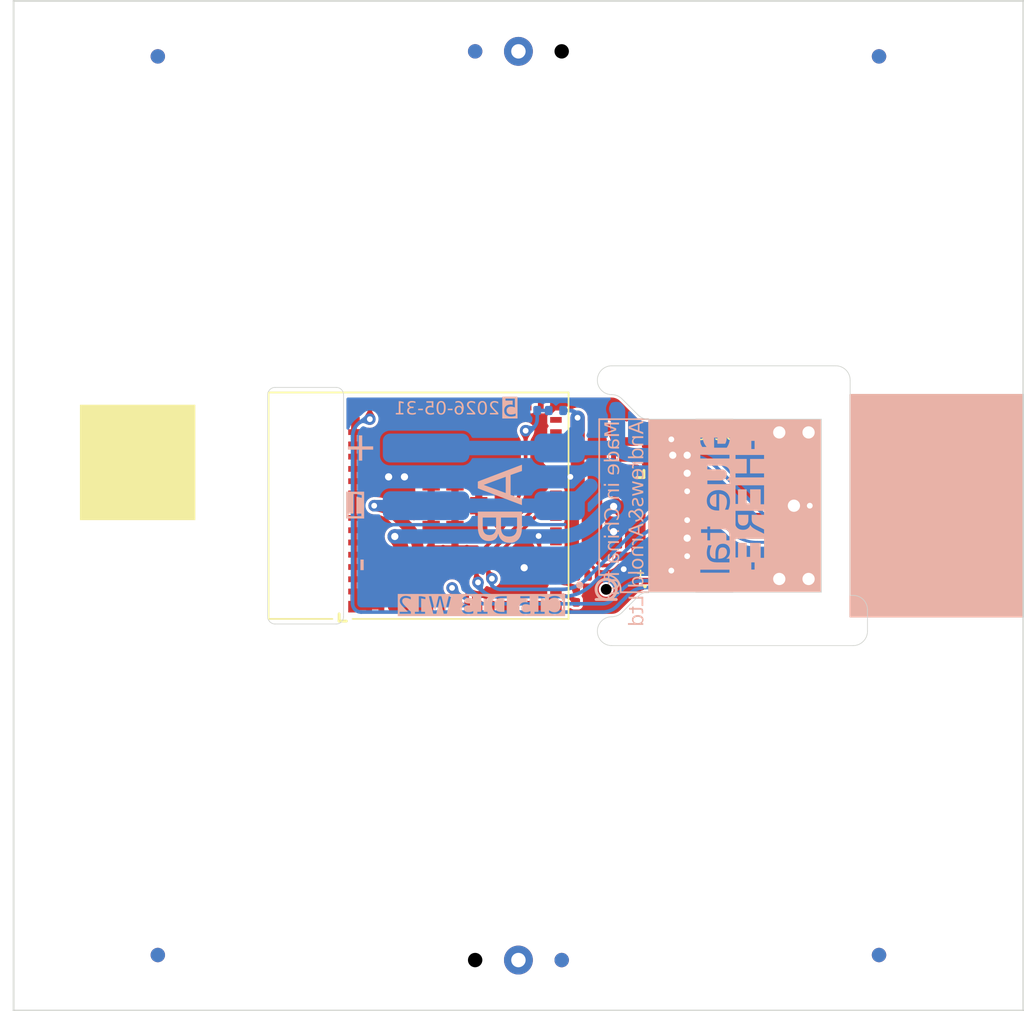
<source format=kicad_pcb>
(kicad_pcb (version 20241129) (generator "pcbnew") (generator_version "9.0")
  (title_block (title "PCB-USBA") (rev "1") (comment 1 "www.me.uk") (comment 2 "@TheRealRevK"))
  (layers (0 "F.Cu" signal) (2 "B.Cu" signal) (13 "F.Paste" user) (15 "B.Paste" user) (5 "F.SilkS" user "F.Silkscreen") (7 "B.SilkS" user "B.Silkscreen") (1 "F.Mask" user) (3 "B.Mask" user) (25 "Edge.Cuts" user))
  (property "DATE" "2023-06-01")
  (net 0 "")
  (net 1 "GND")
  (net 2 "Net-(U2-EN)")
  (net 3 "D-")
  (net 4 "D+")
  (net 13 "+3.3V")
  (net 27 "LED1")
  (net 28 "LED2")
  (net 31 "SD")
  (net 40 "SCK")
  (net 42 "WS")
  (net 44 "DC")
  (net 45 "ADC")
  (footprint "RevK:USB-A-PCB" (layer "F.Cu") (at 121 100 90)
    (property "Reference" "J1" (hide yes))
    (property "Value" "USB_A")
  )
  (footprint "RevK:C_0603_" (layer "F.Cu") (at 104.1 97.8 90)
    (property "Reference" "C6" (hide yes))
    (property "Value" "10uF 35V")
  )
  (footprint "RevK:SOT-23-6-MD8942" (layer "F.Cu") (at 106.6 96.5)
    (property "Reference" "U5" (hide yes))
    (property "Value" "MD8942")
  )
  (footprint "RevK:C_0603_" (layer "F.Cu") (at 106.6 98.5)
    (property "Reference" "C8" (hide yes))
    (property "Value" "100nF")
  )
  (footprint "RevK:C_0402" (layer "F.Cu") (at 109.5 102.2 90)
    (property "Reference" "C3" (hide yes))
    (property "Value" "1uF" (hide yes))
  )
  (footprint "RevK:SMD1010" (layer "F.Cu") (at 109.2 104.8 90)
    (property "Reference" "D1" (hide yes))
    (property "Value" "XL-1010RGBC-WS2812B" (hide yes))
  )
  (footprint "RevK:R_0402_" (layer "F.Cu") (at 106.6 94.6)
    (property "Reference" "R9" (hide yes))
    (property "Value" "124k" (hide yes))
  )
  (footprint "RevK:R_0402_" (layer "F.Cu") (at 104.8 94.6)
    (property "Reference" "R11" (hide yes))
    (property "Value" "1M" (hide yes))
  )
  (footprint "RevK:ICS43434_MEMS_Mic" (layer "F.Cu") (at 105.3 105.8)
    (property "Reference" "U1" (hide yes))
    (property "Value" "ICS43434_MEMS_Mic")
  )
  (footprint "RevK:C_0402" (layer "F.Cu") (at 106.5 103.5 180)
    (property "Reference" "C1" (hide yes))
    (property "Value" "100nF" (hide yes))
  )
  (footprint "clipboard:8abff937-711c-455e-bc8a-c75c5e04b52f" (layer "F.Cu") (at 120.116 94.92 90)
    (property "Reference" "")
    (property "Value" "")
  )
  (footprint "RevK:C_0603_" (layer "F.Cu") (at 109.1 97.8 -90)
    (property "Reference" "C7" (hide yes))
    (property "Value" "10uF 6.3V")
  )
  (footprint "RevK:PCB7070" (layer "F.Cu") (at 100 100)
    (property "Reference" "PCB1" (hide yes))
    (property "Value" "70x70" (hide yes))
    (fp_line (start -35 -35) (end 35 -35) (stroke (width 0.12)) (layer "Edge.Cuts"))
    (fp_line (start -35 35) (end -35 -35) (stroke (width 0.12)) (layer "Edge.Cuts"))
    (fp_line (start 35 -35) (end 35 35) (stroke (width 0.12)) (layer "Edge.Cuts"))
    (fp_line (start 35 35) (end -35 35) (stroke (width 0.12)) (layer "Edge.Cuts"))
  )
  (footprint "RevK:L_4x4_" (layer "F.Cu") (at 106.6 101.1)
    (property "Reference" "L2" (hide yes))
    (property "Value" "10uH")
  )
  (footprint "RevK:R_0402" (layer "F.Cu") (at 108.37 103.524663)
    (property "Reference" "R1" (hide yes))
    (property "Value" "10K" (hide yes))
  )
  (footprint "RevK:ESP32-S3-MINI-1" (layer "F.Cu") (at 95.6 100 90)
    (property "Reference" "U2" (hide yes))
    (property "Value" "ESP32-S3-MINI-1" (hide yes))
  )
  (footprint "RevK:R_0402_" (layer "F.Cu") (at 108.4 94.6)
    (property "Reference" "R10" (hide yes))
    (property "Value" "39k2" (hide yes))
  )
  (footprint "RevK:C_0402" (layer "F.Cu") (at 104.7 103.5 180)
    (property "Reference" "C2" (hide yes))
    (property "Value" "22uF" (hide yes))
  )
  (footprint "RevK:DFN1006-2L" (layer "B.Cu") (at 105 98.075 -90)
    (property "Reference" "D2" (hide yes))
    (property "Value" "~")
  )
  (footprint "RevK:VCUT70N" (layer "B.Cu") (at 100 107.7)
    (property "Reference" "V2" (hide yes))
    (property "Value" "70")
  )
  (footprint "RevK:WAGO-2060-453-998-404" (layer "B.Cu") (at 98.25 100)
    (property "Reference" "J2" (hide yes))
    (property "Value" "Conn_01x03")
  )
  (footprint "RevK:R_0402" (layer "B.Cu") (at 102.6 93.4 180)
    (property "Reference" "R2" (hide yes))
    (property "Value" "124K" (hide yes))
  )
  (footprint "RevK:VCUT70N" (layer "B.Cu") (at 100 92.3 180)
    (property "Reference" "V1" (hide yes))
    (property "Value" "70")
  )
  (footprint "RevK:R_0402" (layer "B.Cu") (at 100.8 93.4 180)
    (property "Reference" "R3" (hide yes))
    (property "Value" "10K" (hide yes))
  )
  (footprint "RevK:Tag-Connect_TC2030-IDC-NL_2x03_P1.27mm_Vertical" (layer "B.Cu") (at 119.1 102.54 -90)
    (property "Reference" "J3" (hide yes))
    (property "Value" "TC2030-USB-NL-DS")
  )
  (footprint "RevK:C_0603" (layer "B.Cu") (at 106 93.3 180)
    (property "Reference" "C4" (hide yes))
    (property "Value" "10uF 35V")
  )
  (gr_rect (start 69.6 93) (end 77.6 101) (fill yes) (layer "F.SilkS"))
  (gr_line (start 105.6 104.8) (end 105.6 94) (stroke (width 0.12)) (layer "B.SilkS"))
  (gr_circle (center 106.085 105.8) (end 106.785 105.8) (stroke (width 0.2)) (fill no) (layer "B.SilkS"))
  (gr_line (start 105.6 104.8) (end 106.085 104.8) (stroke (width 0.12)) (layer "B.SilkS"))
  (gr_rect (start 123 92.3) (end 135 107.7) (stroke (width 0.1)) (fill yes) (layer "B.SilkS"))
  (gr_line (start 109 94) (end 105.6 94) (stroke (width 0.12)) (layer "B.SilkS"))
  (gr_line (start 105.385 106.5) (end 106.785 106.5) (stroke (width 0.2)) (layer "B.SilkS"))
  (gr_line (start 107.085 106) (end 107.085 105.8) (stroke (width 0.12)) (layer "B.SilkS"))
  (gr_line (start 109 106) (end 107.085 106) (stroke (width 0.12)) (layer "B.SilkS"))
  (gr_arc (start 106.085 104.8) (mid 106.792107 105.092893) (end 107.085 105.8) (stroke (width 0.12)) (layer "B.SilkS"))
  (gr_arc (start 87.875 107.7) (mid 87.728553 108.053553) (end 87.375 108.2) (stroke (width 0.05)) (layer "Edge.Cuts"))
  (gr_arc (start 122 90.3) (mid 122.707107 90.592893) (end 123 91.3) (stroke (width 0.05)) (layer "Edge.Cuts"))
  (gr_arc (start 109 94) (mid 108.617317 93.92388) (end 108.292893 93.707107) (stroke (width 0.05)) (layer "Edge.Cuts"))
  (gr_line (start 123 91.3) (end 123 106.215) (stroke (width 0.05)) (layer "Edge.Cuts"))
  (gr_arc (start 83.125 108.2) (mid 82.771447 108.053553) (end 82.625 107.7) (stroke (width 0.05)) (layer "Edge.Cuts"))
  (gr_arc (start 87.375 91.8) (mid 87.728553 91.946447) (end 87.875 92.3) (stroke (width 0.05)) (layer "Edge.Cuts"))
  (gr_line (start 121 94) (end 121 106) (stroke (width 0.05)) (layer "Edge.Cuts"))
  (gr_arc (start 106.471572 109.7) (mid 105.4716 108.7) (end 106.471572 107.7) (stroke (width 0.05)) (layer "Edge.Cuts"))
  (gr_line (start 106.471572 109.7) (end 123.2 109.7) (stroke (width 0.05)) (layer "Edge.Cuts"))
  (gr_arc (start 82.625 92.3) (mid 82.771447 91.946447) (end 83.125 91.8) (stroke (width 0.05)) (layer "Edge.Cuts"))
  (gr_line (start 124.2 107.7) (end 124.2 107.215) (stroke (width 0.05)) (layer "Edge.Cuts"))
  (gr_line (start 109 106) (end 121 106) (stroke (width 0.05)) (layer "Edge.Cuts"))
  (gr_arc (start 108.292893 106.292893) (mid 108.617316 106.07612) (end 109 106) (stroke (width 0.05)) (layer "Edge.Cuts"))
  (gr_line (start 87.375 108.2) (end 83.125 108.2) (stroke (width 0.05)) (layer "Edge.Cuts"))
  (gr_line (start 83.125 91.8) (end 87.375 91.8) (stroke (width 0.05)) (layer "Edge.Cuts"))
  (gr_line (start 87.875 92.3) (end 87.875 107.7) (stroke (width 0.05)) (layer "Edge.Cuts"))
  (gr_arc (start 124.2 108.7) (mid 123.907107 109.407107) (end 123.2 109.7) (stroke (width 0.05)) (layer "Edge.Cuts"))
  (gr_line (start 109 94) (end 121 94) (stroke (width 0.05)) (layer "Edge.Cuts"))
  (gr_arc (start 106.471572 92.3) (mid 105.4716 91.3) (end 106.471572 90.3) (stroke (width 0.05)) (layer "Edge.Cuts"))
  (gr_arc (start 106.471572 92.3) (mid 106.854256 92.376117) (end 107.178679 92.592893) (stroke (width 0.05)) (layer "Edge.Cuts"))
  (gr_arc (start 107.178679 107.407107) (mid 106.854254 107.623882) (end 106.471572 107.7) (stroke (width 0.05)) (layer "Edge.Cuts"))
  (gr_line (start 108.292893 106.292893) (end 107.178679 107.407107) (stroke (width 0.05)) (layer "Edge.Cuts"))
  (gr_line (start 123 106.215) (end 123.2 106.215) (stroke (width 0.05)) (layer "Edge.Cuts"))
  (gr_line (start 107.178679 92.592893) (end 108.292893 93.707107) (stroke (width 0.05)) (layer "Edge.Cuts"))
  (gr_line (start 82.625 92.3) (end 82.625 107.7) (stroke (width 0.05)) (layer "Edge.Cuts"))
  (gr_arc (start 123.2 106.215) (mid 123.907107 106.507893) (end 124.2 107.215) (stroke (width 0.05)) (layer "Edge.Cuts"))
  (gr_line (start 124.2 107.7) (end 124.2 108.7) (stroke (width 0.05)) (layer "Edge.Cuts"))
  (gr_line (start 106.471572 90.3) (end 122 90.3) (stroke (width 0.05)) (layer "Edge.Cuts"))
  (gr_text "4" (at 110.8 104.8 180) (layer "F.SilkS" knockout) (effects (font (size 1.2 1.2))))
  (gr_text "A" (at 111.2 98.1 180) (layer "F.SilkS") (effects (font (size 2 2))))
  (gr_text "B" (at 111.1 101 180) (layer "F.SilkS") (effects (font (size 2 2))))
  (gr_text "${CURRENT_DATE}" (at 109.4 94.9 180) (layer "F.SilkS") (effects (font (size 0.9 0.9)) (justify right)))
  (gr_text "1" (at 88.7 100.1 0) (layer "B.SilkS" knockout) (effects (font (size 1.5 1.5)) (justify mirror)))
  (gr_text "C15 D13 W12" (at 97.4 107 0) (layer "B.SilkS" knockout) (effects (font (size 1.2 1.2)) (justify mirror)))
  (gr_text "${CURRENT_DATE}" (at 98.7 93.3 0) (layer "B.SilkS") (effects (font (size 0.9 0.9)) (justify left mirror)))
  (gr_text "5" (at 99.4 93.3 0) (layer "B.SilkS" knockout) (effects (font (size 1.2 1.2)) (justify mirror)))
  (gr_text "Glue tab" (at 113.8 100 90) (layer "B.SilkS" knockout) (effects (font (size 2 2)) (justify mirror)))
  (gr_text "-" (at 89.1 104.1 90) (layer "B.SilkS") (effects (font (size 2 2)) (justify mirror)))
  (gr_text "Made in China for\nAndrews&Arnold Ltd" (at 107.4 94.1 90) (layer "B.SilkS") (effects (font (size 1 1)) (justify left mirror)))
  (gr_text "AB" (at 99 100 90) (layer "B.SilkS") (effects (font (size 3 3)) (justify mirror)))
  (gr_text "+" (at 89.1 96 90) (layer "B.SilkS") (effects (font (size 2 2)) (justify mirror)))
  (gr_text "-HERE-" (at 116.2 100 90) (layer "B.SilkS" knockout) (effects (font (size 2 2)) (justify mirror)))
  (segment (start 102.6 93) (end 104.1 93) (width 0.25) (layer "F.Cu") (net 1))
  (via (at 111.7 102.25) (size 1) (drill 0.5) (layers "F.Cu" "B.Cu") (net 1))
  (via (at 103.6 98) (size 0.8) (drill 0.4) (layers "F.Cu" "B.Cu") (net 1))
  (via (at 106.6 101.8) (size 1) (drill 0.5) (layers "F.Cu" "B.Cu") (net 1))
  (via (at 110.6 95.4) (size 0.8) (drill 0.4) (layers "F.Cu" "B.Cu") (net 1))
  (via (at 107.3 104.4) (size 0.8) (drill 0.4) (layers "F.Cu" "B.Cu") (net 1))
  (via (at 100.4 104.3) (size 1) (drill 0.5) (layers "F.Cu" "B.Cu") (net 1))
  (via (at 111.7 97.75) (size 1) (drill 0.5) (layers "F.Cu" "B.Cu") (net 1))
  (via (at 91 98) (size 1) (drill 0.5) (layers "F.Cu" "B.Cu") (net 1))
  (via (at 92.1 98) (size 1) (drill 0.5) (layers "F.Cu" "B.Cu") (net 1))
  (segment (start 98 103.956286) (end 102.744466 103.956286) (width 1) (layer "B.Cu") (net 1))
  (segment (start 93.62169 103.980055) (end 93.676093 103.957528) (width 1) (layer "B.Cu") (net 1))
  (segment (start 93.676093 103.957528) (end 93.705534 103.956286) (width 1) (layer "B.Cu") (net 1))
  (segment (start 93.705534 103.956286) (end 98 103.956286) (width 1) (layer "B.Cu") (net 1))
  (segment (start 93.6 104) (end 93.62169 103.980055) (width 1) (layer "B.Cu") (net 1))
  (arc (start 102.744466 103.956286) (mid 102.80158 103.967647) (end 102.85 104) (width 1) (layer "B.Cu") (net 1))
  (segment (start 109.5 103.5) (end 108.929541 103.5) (width 0.25) (layer "F.Cu") (net 2))
  (segment (start 109.5 102.7) (end 109.5 103.5) (width 0.25) (layer "F.Cu") (net 2))
  (segment (start 89.7 94) (end 89.7 93.05) (width 0.25) (layer "F.Cu") (net 2))
  (segment (start 109.5 102.7) (end 109.5 102.894663) (width 0.25) (layer "F.Cu") (net 2))
  (segment (start 111.7 103.5) (end 109.5 103.5) (width 0.25) (layer "F.Cu") (net 2))
  (via (at 111.7 103.5) (size 0.8) (drill 0.4) (layers "F.Cu" "B.Cu") (net 2))
  (via (at 89.7 94) (size 0.8) (drill 0.4) (layers "F.Cu" "B.Cu") (net 2))
  (arc (start 108.929541 103.5) (mid 108.897318 103.50641) (end 108.87 103.524663) (width 0.25) (layer "F.Cu") (net 2))
  (segment (start 106.85 106.95) (end 107.650773 106.149228) (width 0.25) (layer "B.Cu") (net 2))
  (segment (start 108.8 105.673202) (end 110.426798 105.673202) (width 0.25) (layer "B.Cu") (net 2))
  (segment (start 88.5 95.2) (end 88.5 106.775) (width 0.25) (layer "B.Cu") (net 2))
  (segment (start 111.7 104.4) (end 111.7 103.5) (width 0.25) (layer "B.Cu") (net 2))
  (segment (start 89.1 107.375) (end 105.82396 107.375) (width 0.25) (layer "B.Cu") (net 2))
  (arc (start 110.426798 105.673202) (mid 111.327088 105.30029) (end 111.7 104.4) (width 0.25) (layer "B.Cu") (net 2))
  (arc (start 89.7 94) (mid 88.851472 94.351472) (end 88.5 95.2) (width 0.25) (layer "B.Cu") (net 2))
  (arc (start 107.650773 106.149228) (mid 108.178043 105.796917) (end 108.8 105.673202) (width 0.25) (layer "B.Cu") (net 2))
  (arc (start 88.5 106.775) (mid 88.675736 107.199264) (end 89.1 107.375) (width 0.25) (layer "B.Cu") (net 2))
  (arc (start 105.82396 107.375) (mid 106.379249 107.264546) (end 106.85 106.95) (width 0.25) (layer "B.Cu") (net 2))
  (segment (start 97.939772 104.832273) (end 98.16357 105.056071) (width 0.25) (layer "F.Cu") (net 3))
  (segment (start 102.6 100) (end 102.268198 100) (width 0.25) (layer "F.Cu") (net 3))
  (segment (start 115.55 99) (end 111.7 99) (width 0.25) (layer "F.Cu") (net 3))
  (segment (start 101.725 100.225) (end 98.42172 103.52828) (width 0.25) (layer "F.Cu") (net 3))
  (segment (start 115.55 99) (end 119.3 99) (width 0.25) (layer "F.Cu") (net 3))
  (segment (start 97.939772 104.382959) (end 97.939772 104.832273) (width 0.25) (layer "F.Cu") (net 3))
  (segment (start 119.3 99) (end 119.4 99) (width 0.25) (layer "F.Cu") (net 3))
  (via (at 120.2 100) (size 0.8) (drill 0.4) (layers "F.Cu" "B.Cu") (net 3))
  (via (at 98.16357 105.056071) (size 0.8) (drill 0.4) (layers "F.Cu" "B.Cu") (net 3))
  (via (at 111.7 99) (size 0.8) (drill 0.4) (layers "F.Cu" "B.Cu") (net 3))
  (arc (start 119.4 99) (mid 120.107107 99.292893) (end 120.4 100) (width 0.25) (layer "F.Cu") (net 3))
  (arc (start 98.42172 103.52828) (mid 98.123057 103.922844) (end 97.939772 104.382959) (width 0.25) (layer "F.Cu") (net 3))
  (arc (start 102.268198 100) (mid 101.974222 100.058476) (end 101.725 100.225) (width 0.25) (layer "F.Cu") (net 3))
  (segment (start 103.034928 105.797285) (end 102.766249 105.797285) (width 0.25) (layer "B.Cu") (net 3))
  (segment (start 102.565076 105.8) (end 98.8 105.8) (width 0.25) (layer "B.Cu") (net 3))
  (segment (start 111.7 99) (end 111.556788 99.002232) (width 0.25) (layer "B.Cu") (net 3))
  (segment (start 98.16357 105.535475) (end 98.16357 105.056071) (width 0.25) (layer "B.Cu") (net 3))
  (segment (start 98.711682 105.797776) (end 98.538449 105.763167) (width 0.25) (layer "B.Cu") (net 3))
  (segment (start 98.538449 105.763167) (end 98.374994 105.696162) (width 0.25) (layer "B.Cu") (net 3))
  (segment (start 98.374994 105.696162) (end 98.227314 105.599219) (width 0.25) (layer "B.Cu") (net 3))
  (segment (start 98.227314 105.599219) (end 98.16357 105.535475) (width 0.25) (layer "B.Cu") (net 3))
  (segment (start 102.766249 105.797285) (end 102.565076 105.8) (width 0.25) (layer "B.Cu") (net 3))
  (segment (start 120.4537 100.9) (end 120.4537 101.8213) (width 0.25) (layer "B.Cu") (net 3))
  (segment (start 120.4537 100.9) (end 120.4537 100.612485) (width 0.25) (layer "B.Cu") (net 3))
  (segment (start 110.153393 99.640626) (end 104.676834 105.117185) (width 0.25) (layer "B.Cu") (net 3))
  (segment (start 98.8 105.8) (end 98.711682 105.797776) (width 0.25) (layer "B.Cu") (net 3))
  (arc (start 120.4537 100.612485) (mid 120.387766 100.28101) (end 120.2 100) (width 0.25) (layer "B.Cu") (net 3))
  (arc (start 104.676834 105.117185) (mid 103.923521 105.620532) (end 103.034928 105.797285) (width 0.25) (layer "B.Cu") (net 3))
  (arc (start 120.4537 101.8213) (mid 120.243198 102.329498) (end 119.735 102.54) (width 0.25) (layer "B.Cu") (net 3))
  (arc (start 111.556788 99.002232) (mid 110.797312 99.194955) (end 110.153393 99.640626) (width 0.25) (layer "B.Cu") (net 3))
  (segment (start 97.035283 105.153839) (end 97.198124 105.31668) (width 0.25) (layer "F.Cu") (net 4))
  (segment (start 97.85 103.45) (end 97.777817 103.522182) (width 0.25) (layer "F.Cu") (net 4))
  (segment (start 115.55 101) (end 111.7 101) (width 0.25) (layer "F.Cu") (net 4))
  (segment (start 101.947911 99.352088) (end 97.85 103.45) (width 0.25) (layer "F.Cu") (net 4))
  (segment (start 102.428563 99.152991) (end 102.296566 99.207671) (width 0.25) (layer "F.Cu") (net 4))
  (segment (start 97.035283 104.954785) (end 97.035283 105.153839) (width 0.25) (layer "F.Cu") (net 4))
  (via (at 97.198124 105.31668) (size 0.8) (drill 0.4) (layers "F.Cu" "B.Cu") (net 4))
  (via (at 111.7 101) (size 0.8) (drill 0.4) (layers "F.Cu" "B.Cu") (net 4))
  (arc (start 102.296566 99.207671) (mid 102.107876 99.245204) (end 101.947911 99.352088) (width 0.25) (layer "F.Cu") (net 4))
  (arc (start 97.777817 103.522182) (mid 97.296241 104.181109) (end 97.035283 104.954785) (width 0.25) (layer "F.Cu") (net 4))
  (segment (start 105.822815 104.72519) (end 105.8 104.75) (width 0.25) (layer "B.Cu") (net 4))
  (segment (start 98.5 106.3) (end 98.386149 106.298094) (width 0.25) (layer "B.Cu") (net 4))
  (segment (start 114.65 101.75) (end 114.55 101.65) (width 0.2) (layer "B.Cu") (net 4))
  (segment (start 118.465 102.54) (end 116.557228 102.54) (width 0.2) (layer "B.Cu") (net 4))
  (segment (start 97.557593 105.954889) (end 97.198124 105.59542) (width 0.25) (layer "B.Cu") (net 4))
  (segment (start 105.8 104.75) (end 105.1 105.45) (width 0.25) (layer "B.Cu") (net 4))
  (segment (start 97.198124 105.59542) (end 97.198124 105.31668) (width 0.25) (layer "B.Cu") (net 4))
  (segment (start 97.741807 106.088731) (end 97.557593 105.954889) (width 0.25) (layer "B.Cu") (net 4))
  (segment (start 98.161249 106.262473) (end 97.944691 106.192108) (width 0.25) (layer "B.Cu") (net 4))
  (segment (start 103.047919 106.3) (end 98.5 106.3) (width 0.25) (layer "B.Cu") (net 4))
  (segment (start 108.026315 102.52169) (end 105.822815 104.72519) (width 0.25) (layer "B.Cu") (net 4))
  (segment (start 97.944691 106.192108) (end 97.741807 106.088731) (width 0.25) (layer "B.Cu") (net 4))
  (segment (start 111.7 101) (end 112.980762 101) (width 0.2) (layer "B.Cu") (net 4))
  (segment (start 98.386149 106.298094) (end 98.161249 106.262473) (width 0.25) (layer "B.Cu") (net 4))
  (arc (start 116.557228 102.54) (mid 115.525044 102.334686) (end 114.65 101.75) (width 0.2) (layer "B.Cu") (net 4))
  (arc (start 105.1 105.45) (mid 104.158497 106.079092) (end 103.047919 106.3) (width 0.25) (layer "B.Cu") (net 4))
  (arc (start 111.7 101) (mid 109.711816 101.395475) (end 108.026315 102.52169) (width 0.25) (layer "B.Cu") (net 4))
  (arc (start 112.980762 101) (mid 113.830027 101.16893) (end 114.55 101.65) (width 0.2) (layer "B.Cu") (net 4))
  (segment (start 105.215941 103.636877) (end 105.203295 103.578694) (width 0.25) (layer "F.Cu") (net 13))
  (segment (start 108.1 103.294663) (end 108.1 101.1) (width 0.5) (layer "F.Cu") (net 13))
  (segment (start 108.709894 104.372876) (end 108.629133 104.359499) (width 0.5) (layer "F.Cu") (net 13))
  (segment (start 106.14994 104.145) (end 105.838692 104.145) (width 0.25) (layer "F.Cu") (net 13))
  (segment (start 108.426356 104.230588) (end 108.423815 104.229535) (width 0.5) (layer "F.Cu") (net 13))
  (segment (start 108.775 104.375) (end 108.709894 104.372876) (width 0.5) (layer "F.Cu") (net 13))
  (segment (start 102.505117 104.247675) (end 102.394913 104.234196) (width 0.25) (layer "F.Cu") (net 13))
  (segment (start 105.231791 103.678882) (end 105.215941 103.636877) (width 0.25) (layer "F.Cu") (net 13))
  (segment (start 108.498421 104.302653) (end 108.426356 104.230588) (width 0.5) (layer "F.Cu") (net 13))
  (segment (start 103.750001 104.9) (end 103.100001 104.25) (width 0.25) (layer "F.Cu") (net 13))
  (segment (start 107 103.5) (end 106.5 104) (width 0.25) (layer "F.Cu") (net 13))
  (segment (start 105.247466 103.708827) (end 105.231791 103.678882) (width 0.25) (layer "F.Cu") (net 13))
  (segment (start 91.95 103.4) (end 91.95 103.392184) (width 1) (layer "F.Cu") (net 13))
  (segment (start 102.6 104.25) (end 102.505117 104.247675) (width 0.25) (layer "F.Cu") (net 13))
  (segment (start 107.403554 100.403553) (end 108.1 101.1) (width 1) (layer "F.Cu") (net 13))
  (segment (start 104.011 104.9) (end 103.750001 104.9) (width 0.25) (layer "F.Cu") (net 13))
  (segment (start 108.570435 104.340405) (end 108.528357 104.320682) (width 0.5) (layer "F.Cu") (net 13))
  (segment (start 105.203295 103.578694) (end 105.2 103.5) (width 0.25) (layer "F.Cu") (net 13))
  (segment (start 102.394913 104.234196) (end 102.304565 104.213152) (width 0.25) (layer "F.Cu") (net 13))
  (segment (start 107 103.5) (end 107.845337 103.5) (width 0.5) (layer "F.Cu") (net 13))
  (segment (start 103.100001 104.25) (end 102.6 104.25) (width 0.25) (layer "F.Cu") (net 13))
  (segment (start 108.423815 104.229535) (end 107.976814 103.782534) (width 0.5) (layer "F.Cu") (net 13))
  (segment (start 108.629133 104.359499) (end 108.570435 104.340405) (width 0.5) (layer "F.Cu") (net 13))
  (segment (start 91.95 104.7) (end 91.95 103.4) (width 1) (layer "F.Cu") (net 13))
  (segment (start 108.528357 104.320682) (end 108.498421 104.302653) (width 0.5) (layer "F.Cu") (net 13))
  (segment (start 107.368198 100.368198) (end 108.1 101.1) (width 1) (layer "F.Cu") (net 13))
  (segment (start 91.35 106.25) (end 91.35 107) (width 0.8) (layer "F.Cu") (net 13))
  (segment (start 105.567381 104.032619) (end 105.250207 103.715446) (width 0.25) (layer "F.Cu") (net 13))
  (segment (start 105.250207 103.715446) (end 105.247466 103.708827) (width 0.25) (layer "F.Cu") (net 13))
  (segment (start 102.304565 104.213152) (end 102.194582 104.175234) (width 0.25) (layer "F.Cu") (net 13))
  (segment (start 101.4 102.256944) (end 101.4 102.1) (width 0.25) (layer "F.Cu") (net 13))
  (via (at 106.6 100.05) (size 1) (drill 0.5) (layers "F.Cu" "B.Cu") (net 13))
  (via (at 101.4 102.1) (size 0.8) (drill 0.4) (layers "F.Cu" "B.Cu") (net 13))
  (via (at 91.428141 102.132305) (size 1) (drill 0.5) (layers "F.Cu" "B.Cu") (net 13))
  (arc (start 107.976814 103.782534) (mid 107.89776 103.664222) (end 107.87 103.524663) (width 0.5) (layer "F.Cu") (net 13))
  (arc (start 105.838692 104.145) (mid 105.691859 104.115793) (end 105.567381 104.032619) (width 0.25) (layer "F.Cu") (net 13))
  (arc (start 102.194582 104.175234) (mid 101.606505 103.295115) (end 101.4 102.256944) (width 0.25) (layer "F.Cu") (net 13))
  (arc (start 91.95 103.392184) (mid 91.814373 102.710342) (end 91.428141 102.132305) (width 1) (layer "F.Cu") (net 13))
  (arc (start 106.6 100.05) (mid 107.015746 100.132697) (end 107.368198 100.368198) (width 1) (layer "F.Cu") (net 13))
  (arc (start 107.845337 103.5) (mid 107.862776 103.507224) (end 107.87 103.524663) (width 0.5) (layer "F.Cu") (net 13))
  (arc (start 106.5 104) (mid 106.339391 104.107315) (end 106.14994 104.145) (width 0.25) (layer "F.Cu") (net 13))
  (arc (start 107.87 103.524663) (mid 108.032635 103.457298) (end 108.1 103.294663) (width 0.5) (layer "F.Cu") (net 13))
  (arc (start 91.95 104.7) (mid 91.793795 105.485298) (end 91.348959 106.151041) (width 1) (layer "F.Cu") (net 13))
  (segment (start 105.078094 101.278982) (end 105.213389 101.14743) (width 1) (layer "B.Cu") (net 13))
  (segment (start 105.347229 101.016833) (end 106.111873 100.252189) (width 1) (layer "B.Cu") (net 13))
  (segment (start 105.213389 101.14743) (end 105.347229 101.016833) (width 1) (layer "B.Cu") (net 13))
  (segment (start 91.428141 102.132305) (end 102.654242 102.132305) (width 1) (layer "B.Cu") (net 13))
  (segment (start 102.654242 102.132305) (end 102.835691 102.132305) (width 1) (layer "B.Cu") (net 13))
  (arc (start 106.111873 100.252189) (mid 106.335827 100.102547) (end 106.6 100.05) (width 1) (layer "B.Cu") (net 13))
  (arc (start 102.835691 102.132305) (mid 104.035799 101.913677) (end 105.078094 101.278982) (width 1) (layer "B.Cu") (net 13))
  (segment (start 110.039903 104.268) (end 109.732 104.268) (width 0.25) (layer "F.Cu") (net 27))
  (segment (start 110.368 104.368) (end 110.4 104.4) (width 0.25) (layer "F.Cu") (net 27))
  (segment (start 95.6 105.9) (end 95.6 107) (width 0.25) (layer "F.Cu") (net 27))
  (segment (start 95.4 105.7) (end 95.6 105.9) (width 0.25) (layer "F.Cu") (net 27))
  (via (at 110.6 104.5) (size 0.8) (drill 0.4) (layers "F.Cu" "B.Cu") (net 27))
  (via (at 95.4 105.7) (size 0.8) (drill 0.4) (layers "F.Cu" "B.Cu") (net 27))
  (arc (start 110.6 104.5) (mid 110.343026 104.328295) (end 110.039903 104.268) (width 0.25) (layer "F.Cu") (net 27))
  (segment (start 108.9 105.2) (end 109.9 105.2) (width 0.25) (layer "B.Cu") (net 27))
  (segment (start 107.234314 105.765686) (end 106.45 106.55) (width 0.25) (layer "B.Cu") (net 27))
  (segment (start 95.4 105.7) (end 95.580761 105.880761) (width 0.25) (layer "B.Cu") (net 27))
  (segment (start 105.846447 106.8) (end 97.8 106.8) (width 0.25) (layer "B.Cu") (net 27))
  (segment (start 108.6 105.2) (end 108.9 105.2) (width 0.25) (layer "B.Cu") (net 27))
  (arc (start 109.9 105.2) (mid 110.394975 104.994975) (end 110.6 104.5) (width 0.25) (layer "B.Cu") (net 27))
  (arc (start 106.45 106.55) (mid 106.173087 106.735027) (end 105.846447 106.8) (width 0.25) (layer "B.Cu") (net 27))
  (arc (start 95.580761 105.880761) (mid 96.598957 106.561097) (end 97.8 106.8) (width 0.25) (layer "B.Cu") (net 27))
  (arc (start 108.6 105.2) (mid 107.860896 105.347017) (end 107.234314 105.765686) (width 0.25) (layer "B.Cu") (net 27))
  (segment (start 93.05 103.222791) (end 93.05 107) (width 0.8) (layer "F.Cu") (net 28))
  (segment (start 91.453553 100.602082) (end 92.325736 101.474264) (width 0.8) (layer "F.Cu") (net 28))
  (via (at 90 100) (size 0.8) (drill 0.4) (layers "F.Cu" "B.Cu") (net 28))
  (arc (start 92.325736 101.474264) (mid 92.86177 102.276495) (end 93.05 103.222791) (width 0.8) (layer "F.Cu") (net 28))
  (arc (start 90 100) (mid 90.786657 100.156476) (end 91.453553 100.602082) (width 0.8) (layer "F.Cu") (net 28))
  (segment (start 102.85 100) (end 103.017158 100) (width 1) (layer "B.Cu") (net 28))
  (segment (start 103.131711 99.997382) (end 103.249361 99.994688) (width 1) (layer "B.Cu") (net 28))
  (segment (start 93.6 100) (end 102.85 100) (width 1) (layer "B.Cu") (net 28))
  (segment (start 90 100) (end 93.6 100) (width 0.8) (layer "B.Cu") (net 28))
  (segment (start 103.017158 100) (end 103.131711 99.997382) (width 1) (layer "B.Cu") (net 28))
  (segment (start 103.978277 99.646723) (end 105 98.625) (width 1) (layer "B.Cu") (net 28))
  (segment (start 103.697528 99.85873) (end 103.89317 99.727998) (width 1) (layer "B.Cu") (net 28))
  (segment (start 103.48014 99.94878) (end 103.697528 99.85873) (width 1) (layer "B.Cu") (net 28))
  (segment (start 103.89317 99.727998) (end 103.978277 99.646723) (width 1) (layer "B.Cu") (net 28))
  (segment (start 103.249361 99.994688) (end 103.48014 99.94878) (width 1) (layer "B.Cu") (net 28))
  (segment (start 103.416936 105.430545) (end 103.320667 105.405215) (width 0.25) (layer "F.Cu") (net 31))
  (segment (start 102.611446 105.111446) (end 102.6 105.1) (width 0.25) (layer "F.Cu") (net 31))
  (segment (start 103.746957 105.583931) (end 103.637173 105.520721) (width 0.25) (layer "F.Cu") (net 31))
  (segment (start 103.637173 105.520721) (end 103.541292 105.47613) (width 0.25) (layer "F.Cu") (net 31))
  (segment (start 103.836216 105.645449) (end 103.746957 105.583931) (width 0.25) (layer "F.Cu") (net 31))
  (segment (start 103.541292 105.47613) (end 103.416936 105.430545) (width 0.25) (layer "F.Cu") (net 31))
  (segment (start 104.011 105.8) (end 103.931859 105.723903) (width 0.25) (layer "F.Cu") (net 31))
  (segment (start 103.931859 105.723903) (end 103.836216 105.645449) (width 0.25) (layer "F.Cu") (net 31))
  (arc (start 103.320667 105.405215) (mid 102.936839 105.328867) (end 102.611446 105.111446) (width 0.25) (layer "F.Cu") (net 31))
  (segment (start 104.587009 104.228641) (end 104.443284 104.145661) (width 0.25) (layer "F.Cu") (net 40))
  (segment (start 103.803143 104.13011) (end 103.745977 104.111717) (width 0.25) (layer "F.Cu") (net 40))
  (segment (start 104.833 104.733) (end 104.830292 104.65002) (width 0.25) (layer "F.Cu") (net 40))
  (segment (start 104.833 104.9) (end 104.833 104.733) (width 0.25) (layer "F.Cu") (net 40))
  (segment (start 103.745977 104.111717) (end 103.341329 103.707069) (width 0.25) (layer "F.Cu") (net 40))
  (segment (start 104.787339 104.489716) (end 104.704359 104.345991) (width 0.25) (layer "F.Cu") (net 40))
  (segment (start 104.704359 104.345991) (end 104.587009 104.228641) (width 0.25) (layer "F.Cu") (net 40))
  (segment (start 104.443284 104.145661) (end 103.906057 104.145661) (width 0.25) (layer "F.Cu") (net 40))
  (segment (start 103.881681 104.143119) (end 103.803143 104.13011) (width 0.25) (layer "F.Cu") (net 40))
  (segment (start 103.903515 104.143119) (end 103.881681 104.143119) (width 0.25) (layer "F.Cu") (net 40))
  (segment (start 104.830292 104.65002) (end 104.787339 104.489716) (width 0.25) (layer "F.Cu") (net 40))
  (segment (start 103.906057 104.145661) (end 103.903515 104.143119) (width 0.25) (layer "F.Cu") (net 40))
  (arc (start 103.341329 103.707069) (mid 103.001205 103.479805) (end 102.6 103.4) (width 0.25) (layer "F.Cu") (net 40))
  (segment (start 103.811328 106.52345) (end 103.709357 106.453182) (width 0.25) (layer "F.Cu") (net 42))
  (segment (start 103.106336 106.231056) (end 103.102604 106.232602) (width 0.25) (layer "F.Cu") (net 42))
  (segment (start 103.709357 106.453182) (end 103.615657 106.398505) (width 0.25) (layer "F.Cu") (net 42))
  (segment (start 103.615657 106.398505) (end 103.501874 106.342694) (width 0.25) (layer "F.Cu") (net 42))
  (segment (start 103.501874 106.342694) (end 103.403618 106.303581) (width 0.25) (layer "F.Cu") (net 42))
  (segment (start 102.882603 106.232602) (end 102.6 105.95) (width 0.25) (layer "F.Cu") (net 42))
  (segment (start 103.403618 106.303581) (end 103.277284 106.263914) (width 0.25) (layer "F.Cu") (net 42))
  (segment (start 103.180196 106.242228) (end 103.106336 106.231056) (width 0.25) (layer "F.Cu") (net 42))
  (segment (start 103.102604 106.232602) (end 102.882603 106.232602) (width 0.25) (layer "F.Cu") (net 42))
  (segment (start 104.011 106.7) (end 103.920591 106.613069) (width 0.25) (layer "F.Cu") (net 42))
  (segment (start 103.277284 106.263914) (end 103.180196 106.242228) (width 0.25) (layer "F.Cu") (net 42))
  (segment (start 103.920591 106.613069) (end 103.811328 106.52345) (width 0.25) (layer "F.Cu") (net 42))
  (segment (start 104.1 95.78) (end 104.1 93.9) (width 1) (layer "F.Cu") (net 44))
  (segment (start 116.05 96.5) (end 110.7 96.5) (width 1) (layer "F.Cu") (net 44))
  (segment (start 116.05 96.5) (end 111.7 96.5) (width 1) (layer "F.Cu") (net 44))
  (via (at 110.7 96.5) (size 1) (drill 0.5) (layers "F.Cu" "B.Cu") (net 44))
  (via (at 111.7 96.5) (size 1) (drill 0.5) (layers "F.Cu" "B.Cu") (net 44))
  (via (at 104.1 93.9) (size 0.8) (drill 0.4) (layers "F.Cu" "B.Cu") (net 44))
  (segment (start 106.9 96) (end 106.9 93.425) (width 1) (layer "B.Cu") (net 44))
  (segment (start 119.735 101.27) (end 118.465 101.27) (width 0.25) (layer "B.Cu") (net 44))
  (segment (start 104.1 94.75) (end 102.85 96) (width 1) (layer "B.Cu") (net 44))
  (segment (start 102.85 96) (end 93.6 96) (width 1) (layer "B.Cu") (net 44))
  (segment (start 103.6 93.4) (end 103.1 93.4) (width 0.25) (layer "B.Cu") (net 44))
  (segment (start 102.85 96) (end 106.9 96) (width 1) (layer "B.Cu") (net 44))
  (segment (start 118.465 101.27) (end 118.4 101.27) (width 0.25) (layer "B.Cu") (net 44))
  (segment (start 111.7 96.5) (end 108.107106 96.5) (width 1) (layer "B.Cu") (net 44))
  (segment (start 117.153812 100.753812) (end 113.748528 97.348528) (width 0.25) (layer "B.Cu") (net 44))
  (segment (start 104.1 93.9) (end 104.1 94.75) (width 1) (layer "B.Cu") (net 44))
  (arc (start 104.1 93.9) (mid 103.953553 93.546447) (end 103.6 93.4) (width 0.25) (layer "B.Cu") (net 44))
  (arc (start 106.9 93.425) (mid 106.863388 93.336612) (end 106.775 93.3) (width 1) (layer "B.Cu") (net 44))
  (arc (start 108.107106 96.5) (mid 107.453825 96.370054) (end 106.9 96) (width 1) (layer "B.Cu") (net 44))
  (arc (start 113.748528 97.348528) (mid 112.808655 96.720525) (end 111.7 96.5) (width 0.25) (layer "B.Cu") (net 44))
  (arc (start 118.4 101.27) (mid 117.725568 101.135847) (end 117.153812 100.753812) (width 0.25) (layer "B.Cu") (net 44))
  (segment (start 97.599889 102.999889) (end 97.436934 103.162844) (width 0.25) (layer "F.Cu") (net 45))
  (segment (start 97.599889 102.999889) (end 97.983861 102.615918) (width 0.25) (layer "F.Cu") (net 45))
  (segment (start 96.45 107) (end 96.45 105.959188) (width 0.25) (layer "F.Cu") (net 45))
  (segment (start 96.45 105.959188) (end 96.452776 105.73289) (width 0.25) (layer "F.Cu") (net 45))
  (segment (start 96.452776 105.73289) (end 96.455149 105.533082) (width 0.25) (layer "F.Cu") (net 45))
  (segment (start 100.5 94.8) (end 100.5 96.541422) (width 0.25) (layer "F.Cu") (net 45))
  (via (at 100.5 94.8) (size 0.8) (drill 0.4) (layers "F.Cu" "B.Cu") (net 45))
  (arc (start 97.436934 103.162844) (mid 96.710307 104.250318) (end 96.455149 105.533082) (width 0.25) (layer "F.Cu") (net 45))
  (arc (start 100.5 96.541422) (mid 99.846076 99.828916) (end 97.983861 102.615918) (width 0.25) (layer "F.Cu") (net 45))
  (segment (start 101.3 93.4) (end 102.1 93.4) (width 0.25) (layer "B.Cu") (net 45))
  (segment (start 101.3 94) (end 101.3 93.4) (width 0.25) (layer "B.Cu") (net 45))
  (arc (start 100.5 94.8) (mid 101.065685 94.565685) (end 101.3 94) (width 0.25) (layer "B.Cu") (net 45))
  (zone (net 1) (net_name "GND") (layer "F.Cu") (connect_pads thru_hole_only (clearance 0.2)) (min_thickness 0.2) (fill yes (thermal_gap 0.5) (thermal_bridge_width 0.5))
    (polygon (pts (xy 113 92.3) (xy 113 107.7) (xy 87.875 107.7) (xy 87.875 92.3)))
  )
  (zone (net 1) (net_name "GND") (layer "B.Cu") (connect_pads thru_hole_only (clearance 0.2)) (min_thickness 0.2) (fill yes (thermal_gap 0.5) (thermal_bridge_width 0.5))
    (polygon (pts (xy 121 92.3) (xy 121 107.7) (xy 87.875 107.7) (xy 87.875 92.3)))
  )
  (zone (net 0) (net_name "") (layer "B.SilkS") (connect_pads (clearance 0)) (min_thickness 0.25) (fill yes (thermal_gap 0.5) (thermal_bridge_width 0.5))
    (polygon (pts (xy 109 93.9) (xy 121.1 93.9) (xy 121.1 106.1) (xy 109 106.1)))
  )
)
</source>
